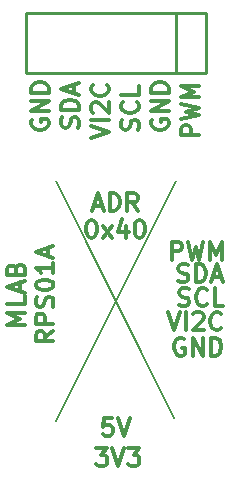
<source format=gbr>
G04 #@! TF.GenerationSoftware,KiCad,Pcbnew,(2017-02-05 revision 431abcf)-makepkg*
G04 #@! TF.CreationDate,2017-03-21T18:39:39+01:00*
G04 #@! TF.ProjectId,RPS01A,5250533031412E6B696361645F706362,01A*
G04 #@! TF.FileFunction,Legend,Top*
G04 #@! TF.FilePolarity,Positive*
%FSLAX46Y46*%
G04 Gerber Fmt 4.6, Leading zero omitted, Abs format (unit mm)*
G04 Created by KiCad (PCBNEW (2017-02-05 revision 431abcf)-makepkg) date 03/21/17 18:39:39*
%MOMM*%
%LPD*%
G01*
G04 APERTURE LIST*
%ADD10C,0.100000*%
%ADD11C,0.300000*%
%ADD12C,0.200000*%
%ADD13C,0.254000*%
G04 APERTURE END LIST*
D10*
D11*
X133270857Y-91690000D02*
X133985142Y-91690000D01*
X133128000Y-92118571D02*
X133628000Y-90618571D01*
X134128000Y-92118571D01*
X134628000Y-92118571D02*
X134628000Y-90618571D01*
X134985142Y-90618571D01*
X135199428Y-90690000D01*
X135342285Y-90832857D01*
X135413714Y-90975714D01*
X135485142Y-91261428D01*
X135485142Y-91475714D01*
X135413714Y-91761428D01*
X135342285Y-91904285D01*
X135199428Y-92047142D01*
X134985142Y-92118571D01*
X134628000Y-92118571D01*
X136985142Y-92118571D02*
X136485142Y-91404285D01*
X136128000Y-92118571D02*
X136128000Y-90618571D01*
X136699428Y-90618571D01*
X136842285Y-90690000D01*
X136913714Y-90761428D01*
X136985142Y-90904285D01*
X136985142Y-91118571D01*
X136913714Y-91261428D01*
X136842285Y-91332857D01*
X136699428Y-91404285D01*
X136128000Y-91404285D01*
X133020857Y-92904571D02*
X133163714Y-92904571D01*
X133306571Y-92976000D01*
X133378000Y-93047428D01*
X133449428Y-93190285D01*
X133520857Y-93476000D01*
X133520857Y-93833142D01*
X133449428Y-94118857D01*
X133378000Y-94261714D01*
X133306571Y-94333142D01*
X133163714Y-94404571D01*
X133020857Y-94404571D01*
X132878000Y-94333142D01*
X132806571Y-94261714D01*
X132735142Y-94118857D01*
X132663714Y-93833142D01*
X132663714Y-93476000D01*
X132735142Y-93190285D01*
X132806571Y-93047428D01*
X132878000Y-92976000D01*
X133020857Y-92904571D01*
X134020857Y-94404571D02*
X134806571Y-93404571D01*
X134020857Y-93404571D02*
X134806571Y-94404571D01*
X136020857Y-93404571D02*
X136020857Y-94404571D01*
X135663714Y-92833142D02*
X135306571Y-93904571D01*
X136235142Y-93904571D01*
X137092285Y-92904571D02*
X137235142Y-92904571D01*
X137378000Y-92976000D01*
X137449428Y-93047428D01*
X137520857Y-93190285D01*
X137592285Y-93476000D01*
X137592285Y-93833142D01*
X137520857Y-94118857D01*
X137449428Y-94261714D01*
X137378000Y-94333142D01*
X137235142Y-94404571D01*
X137092285Y-94404571D01*
X136949428Y-94333142D01*
X136878000Y-94261714D01*
X136806571Y-94118857D01*
X136735142Y-93833142D01*
X136735142Y-93476000D01*
X136806571Y-93190285D01*
X136878000Y-93047428D01*
X136949428Y-92976000D01*
X137092285Y-92904571D01*
X134842285Y-109668571D02*
X134128000Y-109668571D01*
X134056571Y-110382857D01*
X134128000Y-110311428D01*
X134270857Y-110240000D01*
X134628000Y-110240000D01*
X134770857Y-110311428D01*
X134842285Y-110382857D01*
X134913714Y-110525714D01*
X134913714Y-110882857D01*
X134842285Y-111025714D01*
X134770857Y-111097142D01*
X134628000Y-111168571D01*
X134270857Y-111168571D01*
X134128000Y-111097142D01*
X134056571Y-111025714D01*
X135342285Y-109668571D02*
X135842285Y-111168571D01*
X136342285Y-109668571D01*
X133505285Y-112208571D02*
X134433857Y-112208571D01*
X133933857Y-112780000D01*
X134148142Y-112780000D01*
X134291000Y-112851428D01*
X134362428Y-112922857D01*
X134433857Y-113065714D01*
X134433857Y-113422857D01*
X134362428Y-113565714D01*
X134291000Y-113637142D01*
X134148142Y-113708571D01*
X133719571Y-113708571D01*
X133576714Y-113637142D01*
X133505285Y-113565714D01*
X134862428Y-112208571D02*
X135362428Y-113708571D01*
X135862428Y-112208571D01*
X136219571Y-112208571D02*
X137148142Y-112208571D01*
X136648142Y-112780000D01*
X136862428Y-112780000D01*
X137005285Y-112851428D01*
X137076714Y-112922857D01*
X137148142Y-113065714D01*
X137148142Y-113422857D01*
X137076714Y-113565714D01*
X137005285Y-113637142D01*
X136862428Y-113708571D01*
X136433857Y-113708571D01*
X136291000Y-113637142D01*
X136219571Y-113565714D01*
X138220000Y-84392857D02*
X138148571Y-84535714D01*
X138148571Y-84750000D01*
X138220000Y-84964285D01*
X138362857Y-85107142D01*
X138505714Y-85178571D01*
X138791428Y-85250000D01*
X139005714Y-85250000D01*
X139291428Y-85178571D01*
X139434285Y-85107142D01*
X139577142Y-84964285D01*
X139648571Y-84750000D01*
X139648571Y-84607142D01*
X139577142Y-84392857D01*
X139505714Y-84321428D01*
X139005714Y-84321428D01*
X139005714Y-84607142D01*
X139648571Y-83678571D02*
X138148571Y-83678571D01*
X139648571Y-82821428D01*
X138148571Y-82821428D01*
X139648571Y-82107142D02*
X138148571Y-82107142D01*
X138148571Y-81750000D01*
X138220000Y-81535714D01*
X138362857Y-81392857D01*
X138505714Y-81321428D01*
X138791428Y-81250000D01*
X139005714Y-81250000D01*
X139291428Y-81321428D01*
X139434285Y-81392857D01*
X139577142Y-81535714D01*
X139648571Y-81750000D01*
X139648571Y-82107142D01*
X128060000Y-84392857D02*
X127988571Y-84535714D01*
X127988571Y-84750000D01*
X128060000Y-84964285D01*
X128202857Y-85107142D01*
X128345714Y-85178571D01*
X128631428Y-85250000D01*
X128845714Y-85250000D01*
X129131428Y-85178571D01*
X129274285Y-85107142D01*
X129417142Y-84964285D01*
X129488571Y-84750000D01*
X129488571Y-84607142D01*
X129417142Y-84392857D01*
X129345714Y-84321428D01*
X128845714Y-84321428D01*
X128845714Y-84607142D01*
X129488571Y-83678571D02*
X127988571Y-83678571D01*
X129488571Y-82821428D01*
X127988571Y-82821428D01*
X129488571Y-82107142D02*
X127988571Y-82107142D01*
X127988571Y-81750000D01*
X128060000Y-81535714D01*
X128202857Y-81392857D01*
X128345714Y-81321428D01*
X128631428Y-81250000D01*
X128845714Y-81250000D01*
X129131428Y-81321428D01*
X129274285Y-81392857D01*
X129417142Y-81535714D01*
X129488571Y-81750000D01*
X129488571Y-82107142D01*
X129869571Y-102323428D02*
X129155285Y-102823428D01*
X129869571Y-103180571D02*
X128369571Y-103180571D01*
X128369571Y-102609142D01*
X128441000Y-102466285D01*
X128512428Y-102394857D01*
X128655285Y-102323428D01*
X128869571Y-102323428D01*
X129012428Y-102394857D01*
X129083857Y-102466285D01*
X129155285Y-102609142D01*
X129155285Y-103180571D01*
X129869571Y-101680571D02*
X128369571Y-101680571D01*
X128369571Y-101109142D01*
X128441000Y-100966285D01*
X128512428Y-100894857D01*
X128655285Y-100823428D01*
X128869571Y-100823428D01*
X129012428Y-100894857D01*
X129083857Y-100966285D01*
X129155285Y-101109142D01*
X129155285Y-101680571D01*
X129798142Y-100252000D02*
X129869571Y-100037714D01*
X129869571Y-99680571D01*
X129798142Y-99537714D01*
X129726714Y-99466285D01*
X129583857Y-99394857D01*
X129441000Y-99394857D01*
X129298142Y-99466285D01*
X129226714Y-99537714D01*
X129155285Y-99680571D01*
X129083857Y-99966285D01*
X129012428Y-100109142D01*
X128941000Y-100180571D01*
X128798142Y-100252000D01*
X128655285Y-100252000D01*
X128512428Y-100180571D01*
X128441000Y-100109142D01*
X128369571Y-99966285D01*
X128369571Y-99609142D01*
X128441000Y-99394857D01*
X128369571Y-98466285D02*
X128369571Y-98323428D01*
X128441000Y-98180571D01*
X128512428Y-98109142D01*
X128655285Y-98037714D01*
X128941000Y-97966285D01*
X129298142Y-97966285D01*
X129583857Y-98037714D01*
X129726714Y-98109142D01*
X129798142Y-98180571D01*
X129869571Y-98323428D01*
X129869571Y-98466285D01*
X129798142Y-98609142D01*
X129726714Y-98680571D01*
X129583857Y-98752000D01*
X129298142Y-98823428D01*
X128941000Y-98823428D01*
X128655285Y-98752000D01*
X128512428Y-98680571D01*
X128441000Y-98609142D01*
X128369571Y-98466285D01*
X129869571Y-96537714D02*
X129869571Y-97394857D01*
X129869571Y-96966285D02*
X128369571Y-96966285D01*
X128583857Y-97109142D01*
X128726714Y-97252000D01*
X128798142Y-97394857D01*
X129441000Y-95966285D02*
X129441000Y-95252000D01*
X129869571Y-96109142D02*
X128369571Y-95609142D01*
X129869571Y-95109142D01*
X127456571Y-101752000D02*
X125956571Y-101752000D01*
X127028000Y-101252000D01*
X125956571Y-100752000D01*
X127456571Y-100752000D01*
X127456571Y-99323428D02*
X127456571Y-100037714D01*
X125956571Y-100037714D01*
X127028000Y-98894857D02*
X127028000Y-98180571D01*
X127456571Y-99037714D02*
X125956571Y-98537714D01*
X127456571Y-98037714D01*
X126670857Y-97037714D02*
X126742285Y-96823428D01*
X126813714Y-96752000D01*
X126956571Y-96680571D01*
X127170857Y-96680571D01*
X127313714Y-96752000D01*
X127385142Y-96823428D01*
X127456571Y-96966285D01*
X127456571Y-97537714D01*
X125956571Y-97537714D01*
X125956571Y-97037714D01*
X126028000Y-96894857D01*
X126099428Y-96823428D01*
X126242285Y-96752000D01*
X126385142Y-96752000D01*
X126528000Y-96823428D01*
X126599428Y-96894857D01*
X126670857Y-97037714D01*
X126670857Y-97537714D01*
X142188571Y-85730428D02*
X140688571Y-85730428D01*
X140688571Y-85159000D01*
X140760000Y-85016142D01*
X140831428Y-84944714D01*
X140974285Y-84873285D01*
X141188571Y-84873285D01*
X141331428Y-84944714D01*
X141402857Y-85016142D01*
X141474285Y-85159000D01*
X141474285Y-85730428D01*
X140688571Y-84373285D02*
X142188571Y-84016142D01*
X141117142Y-83730428D01*
X142188571Y-83444714D01*
X140688571Y-83087571D01*
X142188571Y-82516142D02*
X140688571Y-82516142D01*
X141760000Y-82016142D01*
X140688571Y-81516142D01*
X142188571Y-81516142D01*
X131957142Y-85071428D02*
X132028571Y-84857142D01*
X132028571Y-84500000D01*
X131957142Y-84357142D01*
X131885714Y-84285714D01*
X131742857Y-84214285D01*
X131600000Y-84214285D01*
X131457142Y-84285714D01*
X131385714Y-84357142D01*
X131314285Y-84500000D01*
X131242857Y-84785714D01*
X131171428Y-84928571D01*
X131100000Y-85000000D01*
X130957142Y-85071428D01*
X130814285Y-85071428D01*
X130671428Y-85000000D01*
X130600000Y-84928571D01*
X130528571Y-84785714D01*
X130528571Y-84428571D01*
X130600000Y-84214285D01*
X132028571Y-83571428D02*
X130528571Y-83571428D01*
X130528571Y-83214285D01*
X130600000Y-83000000D01*
X130742857Y-82857142D01*
X130885714Y-82785714D01*
X131171428Y-82714285D01*
X131385714Y-82714285D01*
X131671428Y-82785714D01*
X131814285Y-82857142D01*
X131957142Y-83000000D01*
X132028571Y-83214285D01*
X132028571Y-83571428D01*
X131600000Y-82142857D02*
X131600000Y-81428571D01*
X132028571Y-82285714D02*
X130528571Y-81785714D01*
X132028571Y-81285714D01*
X137037142Y-85270142D02*
X137108571Y-85055857D01*
X137108571Y-84698714D01*
X137037142Y-84555857D01*
X136965714Y-84484428D01*
X136822857Y-84413000D01*
X136680000Y-84413000D01*
X136537142Y-84484428D01*
X136465714Y-84555857D01*
X136394285Y-84698714D01*
X136322857Y-84984428D01*
X136251428Y-85127285D01*
X136180000Y-85198714D01*
X136037142Y-85270142D01*
X135894285Y-85270142D01*
X135751428Y-85198714D01*
X135680000Y-85127285D01*
X135608571Y-84984428D01*
X135608571Y-84627285D01*
X135680000Y-84413000D01*
X136965714Y-82913000D02*
X137037142Y-82984428D01*
X137108571Y-83198714D01*
X137108571Y-83341571D01*
X137037142Y-83555857D01*
X136894285Y-83698714D01*
X136751428Y-83770142D01*
X136465714Y-83841571D01*
X136251428Y-83841571D01*
X135965714Y-83770142D01*
X135822857Y-83698714D01*
X135680000Y-83555857D01*
X135608571Y-83341571D01*
X135608571Y-83198714D01*
X135680000Y-82984428D01*
X135751428Y-82913000D01*
X137108571Y-81555857D02*
X137108571Y-82270142D01*
X135608571Y-82270142D01*
X133068571Y-85944714D02*
X134568571Y-85444714D01*
X133068571Y-84944714D01*
X134568571Y-84444714D02*
X133068571Y-84444714D01*
X133211428Y-83801857D02*
X133140000Y-83730428D01*
X133068571Y-83587571D01*
X133068571Y-83230428D01*
X133140000Y-83087571D01*
X133211428Y-83016142D01*
X133354285Y-82944714D01*
X133497142Y-82944714D01*
X133711428Y-83016142D01*
X134568571Y-83873285D01*
X134568571Y-82944714D01*
X134425714Y-81444714D02*
X134497142Y-81516142D01*
X134568571Y-81730428D01*
X134568571Y-81873285D01*
X134497142Y-82087571D01*
X134354285Y-82230428D01*
X134211428Y-82301857D01*
X133925714Y-82373285D01*
X133711428Y-82373285D01*
X133425714Y-82301857D01*
X133282857Y-82230428D01*
X133140000Y-82087571D01*
X133068571Y-81873285D01*
X133068571Y-81730428D01*
X133140000Y-81516142D01*
X133211428Y-81444714D01*
X140934428Y-102947000D02*
X140791571Y-102875571D01*
X140577285Y-102875571D01*
X140363000Y-102947000D01*
X140220142Y-103089857D01*
X140148714Y-103232714D01*
X140077285Y-103518428D01*
X140077285Y-103732714D01*
X140148714Y-104018428D01*
X140220142Y-104161285D01*
X140363000Y-104304142D01*
X140577285Y-104375571D01*
X140720142Y-104375571D01*
X140934428Y-104304142D01*
X141005857Y-104232714D01*
X141005857Y-103732714D01*
X140720142Y-103732714D01*
X141648714Y-104375571D02*
X141648714Y-102875571D01*
X142505857Y-104375571D01*
X142505857Y-102875571D01*
X143220142Y-104375571D02*
X143220142Y-102875571D01*
X143577285Y-102875571D01*
X143791571Y-102947000D01*
X143934428Y-103089857D01*
X144005857Y-103232714D01*
X144077285Y-103518428D01*
X144077285Y-103732714D01*
X144005857Y-104018428D01*
X143934428Y-104161285D01*
X143791571Y-104304142D01*
X143577285Y-104375571D01*
X143220142Y-104375571D01*
X139577285Y-100716571D02*
X140077285Y-102216571D01*
X140577285Y-100716571D01*
X141077285Y-102216571D02*
X141077285Y-100716571D01*
X141720142Y-100859428D02*
X141791571Y-100788000D01*
X141934428Y-100716571D01*
X142291571Y-100716571D01*
X142434428Y-100788000D01*
X142505857Y-100859428D01*
X142577285Y-101002285D01*
X142577285Y-101145142D01*
X142505857Y-101359428D01*
X141648714Y-102216571D01*
X142577285Y-102216571D01*
X144077285Y-102073714D02*
X144005857Y-102145142D01*
X143791571Y-102216571D01*
X143648714Y-102216571D01*
X143434428Y-102145142D01*
X143291571Y-102002285D01*
X143220142Y-101859428D01*
X143148714Y-101573714D01*
X143148714Y-101359428D01*
X143220142Y-101073714D01*
X143291571Y-100930857D01*
X143434428Y-100788000D01*
X143648714Y-100716571D01*
X143791571Y-100716571D01*
X144005857Y-100788000D01*
X144077285Y-100859428D01*
X140505857Y-100113142D02*
X140720142Y-100184571D01*
X141077285Y-100184571D01*
X141220142Y-100113142D01*
X141291571Y-100041714D01*
X141363000Y-99898857D01*
X141363000Y-99756000D01*
X141291571Y-99613142D01*
X141220142Y-99541714D01*
X141077285Y-99470285D01*
X140791571Y-99398857D01*
X140648714Y-99327428D01*
X140577285Y-99256000D01*
X140505857Y-99113142D01*
X140505857Y-98970285D01*
X140577285Y-98827428D01*
X140648714Y-98756000D01*
X140791571Y-98684571D01*
X141148714Y-98684571D01*
X141363000Y-98756000D01*
X142863000Y-100041714D02*
X142791571Y-100113142D01*
X142577285Y-100184571D01*
X142434428Y-100184571D01*
X142220142Y-100113142D01*
X142077285Y-99970285D01*
X142005857Y-99827428D01*
X141934428Y-99541714D01*
X141934428Y-99327428D01*
X142005857Y-99041714D01*
X142077285Y-98898857D01*
X142220142Y-98756000D01*
X142434428Y-98684571D01*
X142577285Y-98684571D01*
X142791571Y-98756000D01*
X142863000Y-98827428D01*
X144220142Y-100184571D02*
X143505857Y-100184571D01*
X143505857Y-98684571D01*
X140434428Y-98081142D02*
X140648714Y-98152571D01*
X141005857Y-98152571D01*
X141148714Y-98081142D01*
X141220142Y-98009714D01*
X141291571Y-97866857D01*
X141291571Y-97724000D01*
X141220142Y-97581142D01*
X141148714Y-97509714D01*
X141005857Y-97438285D01*
X140720142Y-97366857D01*
X140577285Y-97295428D01*
X140505857Y-97224000D01*
X140434428Y-97081142D01*
X140434428Y-96938285D01*
X140505857Y-96795428D01*
X140577285Y-96724000D01*
X140720142Y-96652571D01*
X141077285Y-96652571D01*
X141291571Y-96724000D01*
X141934428Y-98152571D02*
X141934428Y-96652571D01*
X142291571Y-96652571D01*
X142505857Y-96724000D01*
X142648714Y-96866857D01*
X142720142Y-97009714D01*
X142791571Y-97295428D01*
X142791571Y-97509714D01*
X142720142Y-97795428D01*
X142648714Y-97938285D01*
X142505857Y-98081142D01*
X142291571Y-98152571D01*
X141934428Y-98152571D01*
X143363000Y-97724000D02*
X144077285Y-97724000D01*
X143220142Y-98152571D02*
X143720142Y-96652571D01*
X144220142Y-98152571D01*
X139918571Y-96247571D02*
X139918571Y-94747571D01*
X140490000Y-94747571D01*
X140632857Y-94819000D01*
X140704285Y-94890428D01*
X140775714Y-95033285D01*
X140775714Y-95247571D01*
X140704285Y-95390428D01*
X140632857Y-95461857D01*
X140490000Y-95533285D01*
X139918571Y-95533285D01*
X141275714Y-94747571D02*
X141632857Y-96247571D01*
X141918571Y-95176142D01*
X142204285Y-96247571D01*
X142561428Y-94747571D01*
X143132857Y-96247571D02*
X143132857Y-94747571D01*
X143632857Y-95819000D01*
X144132857Y-94747571D01*
X144132857Y-96247571D01*
D12*
X130080000Y-109920000D02*
X140240000Y-89600000D01*
X140113000Y-109666000D02*
X130080000Y-89600000D01*
D13*
X137700000Y-80456000D02*
X136430000Y-80456000D01*
X140240000Y-80456000D02*
X137700000Y-80456000D01*
X127540000Y-75376000D02*
X127540000Y-80456000D01*
X130080000Y-80456000D02*
X127540000Y-80456000D01*
X130080000Y-75376000D02*
X127540000Y-75376000D01*
X130080000Y-75376000D02*
X127540000Y-75376000D01*
X130080000Y-80456000D02*
X127540000Y-80456000D01*
X127540000Y-75376000D02*
X127540000Y-80456000D01*
X131350000Y-80456000D02*
X128810000Y-80456000D01*
X135160000Y-75376000D02*
X132620000Y-75376000D01*
X135160000Y-75376000D02*
X132620000Y-75376000D01*
X131350000Y-80456000D02*
X128810000Y-80456000D01*
X131350000Y-80456000D02*
X128810000Y-80456000D01*
X132620000Y-75376000D02*
X130080000Y-75376000D01*
X132620000Y-75376000D02*
X130080000Y-75376000D01*
X131350000Y-80456000D02*
X128810000Y-80456000D01*
X140240000Y-75376000D02*
X132620000Y-75376000D01*
X128810000Y-80456000D02*
X133890000Y-80456000D01*
X140240000Y-75376000D02*
X140240000Y-77916000D01*
X140240000Y-80456000D02*
X140240000Y-77916000D01*
X133890000Y-80456000D02*
X136430000Y-80456000D01*
X140240000Y-75376000D02*
X142780000Y-75376000D01*
X142780000Y-75376000D02*
X142780000Y-80456000D01*
X142780000Y-80456000D02*
X140240000Y-80456000D01*
X140240000Y-80456000D02*
X140240000Y-75376000D01*
M02*

</source>
